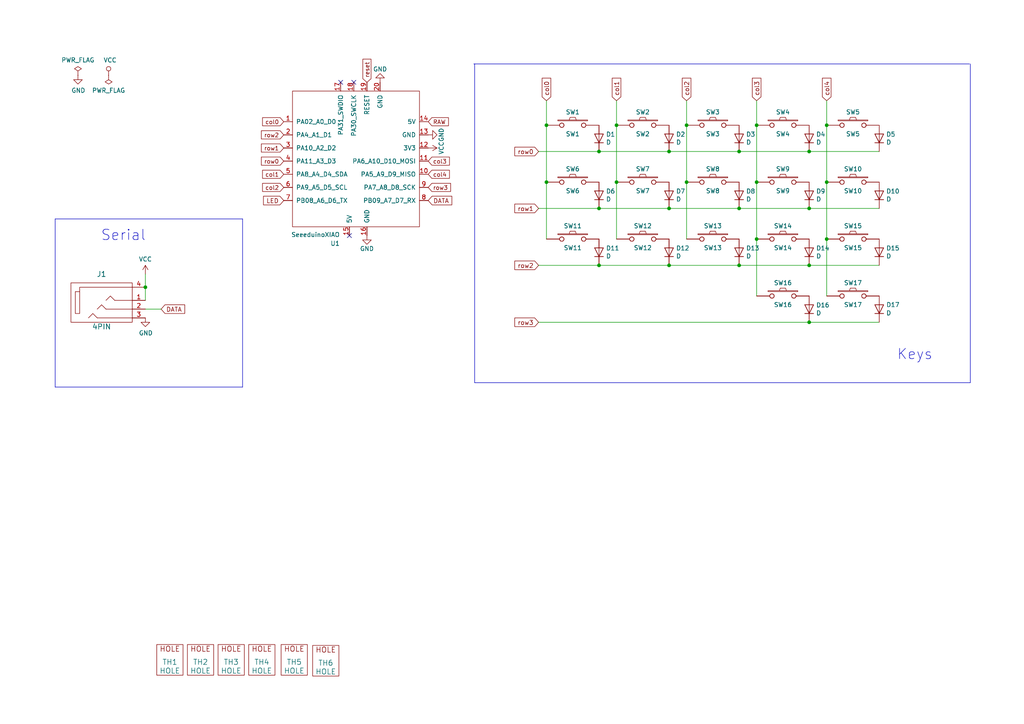
<source format=kicad_sch>
(kicad_sch (version 20230121) (generator eeschema)
  (paper "A4")
  (lib_symbols
    (symbol "Seeeduino XIAO:SeeeduinoXIAO" (pin_names (offset 1.016))
      (property "Reference" "U" (at -19.05 22.86 0))
      (property "Value" "SeeeduinoXIAO" (at -12.7 21.59 0))
      (symbol "SeeeduinoXIAO_0_1"
        (rectangle (start -19.05 20.32) (end 17.78 -19.05))
      )
      (symbol "SeeeduinoXIAO_1_1"
        (pin unspecified line (at -21.59 11.43 0) (length 2.54) (name "PA02_A0_D0") (number "1"))
        (pin unspecified line (at 20.32 -3.81 180) (length 2.54) (name "PA5_A9_D9_MISO") (number "10"))
        (pin unspecified line (at 20.32 0 180) (length 2.54) (name "PA6_A10_D10_MOSI") (number "11"))
        (pin unspecified line (at 20.32 3.81 180) (length 2.54) (name "3V3") (number "12"))
        (pin unspecified line (at 20.32 7.62 180) (length 2.54) (name "GND") (number "13"))
        (pin unspecified line (at 20.32 11.43 180) (length 2.54) (name "5V") (number "14"))
        (pin input line (at -2.54 -21.59 90) (length 2.54) (name "5V") (number "15"))
        (pin input line (at 2.54 -21.59 90) (length 2.54) (name "GND") (number "16"))
        (pin input line (at -5.08 22.86 270) (length 2.54) (name "PA31_SWDIO") (number "17"))
        (pin input line (at -1.27 22.86 270) (length 2.54) (name "PA30_SWCLK") (number "18"))
        (pin input line (at 2.54 22.86 270) (length 2.54) (name "RESET") (number "19"))
        (pin unspecified line (at -21.59 7.62 0) (length 2.54) (name "PA4_A1_D1") (number "2"))
        (pin input line (at 6.35 22.86 270) (length 2.54) (name "GND") (number "20"))
        (pin unspecified line (at -21.59 3.81 0) (length 2.54) (name "PA10_A2_D2") (number "3"))
        (pin unspecified line (at -21.59 0 0) (length 2.54) (name "PA11_A3_D3") (number "4"))
        (pin unspecified line (at -21.59 -3.81 0) (length 2.54) (name "PA8_A4_D4_SDA") (number "5"))
        (pin unspecified line (at -21.59 -7.62 0) (length 2.54) (name "PA9_A5_D5_SCL") (number "6"))
        (pin unspecified line (at -21.59 -11.43 0) (length 2.54) (name "PB08_A6_D6_TX") (number "7"))
        (pin unspecified line (at 20.32 -11.43 180) (length 2.54) (name "PB09_A7_D7_RX") (number "8"))
        (pin unspecified line (at 20.32 -7.62 180) (length 2.54) (name "PA7_A8_D8_SCK") (number "9"))
      )
    )
    (symbol "SofleKeyboard-rescue:D-Lily58-cache-Lily58_Pro-rescue" (pin_numbers hide) (pin_names (offset 1.016) hide)
      (property "Reference" "D" (at 0 2.54 0))
      (property "Value" "D-Lily58-cache-Lily58_Pro-rescue" (at 0 -2.54 0))
      (symbol "D-Lily58-cache-Lily58_Pro-rescue_0_1"
        (polyline (pts (xy -1.27 1.27) (xy -1.27 -1.27)) (stroke (width 0.2032)))
        (polyline (pts (xy 1.27 0) (xy -1.27 0)))
        (polyline (pts (xy 1.27 1.27) (xy 1.27 -1.27) (xy -1.27 0) (xy 1.27 1.27)) (stroke (width 0.2032)))
      )
      (symbol "D-Lily58-cache-Lily58_Pro-rescue_1_1"
        (pin passive line (at -3.81 0 0) (length 2.54) (name "K") (number "1"))
        (pin passive line (at 3.81 0 180) (length 2.54) (name "A") (number "2"))
      )
    )
    (symbol "SofleKeyboard-rescue:GND-Lily58-cache-Lily58_Pro-rescue" (power) (pin_names (offset 0))
      (property "Value" "GND-Lily58-cache-Lily58_Pro-rescue" (at 0 -3.81 0))
      (symbol "GND-Lily58-cache-Lily58_Pro-rescue_1_1"
        (polyline (pts (xy 0 0) (xy 0 -1.27) (xy 1.27 -1.27) (xy 0 -2.54) (xy -1.27 -1.27) (xy 0 -1.27)))
        (pin power_in line (at 0 0 0) (length 0) hide (name "GND") (number "1"))
      )
    )
    (symbol "SofleKeyboard-rescue:HOLE-Lily58-cache-Lily58_Pro-rescue" (pin_names (offset 1.016))
      (property "Reference" "U" (at 0 0 0))
      (property "Value" "HOLE-Lily58-cache-Lily58_Pro-rescue" (at 0 -5.08 0))
      (symbol "HOLE-Lily58-cache-Lily58_Pro-rescue_0_0"
        (text "HOLE" (at 0 3.81 0) (effects (font (size 1.524 1.524))))
      )
      (symbol "HOLE-Lily58-cache-Lily58_Pro-rescue_0_1"
        (rectangle (start 3.81 5.08) (end -3.81 -3.81))
      )
    )
    (symbol "SofleKeyboard-rescue:MJ-4PP-9-Lily58-cache-Lily58_Pro-rescue" (pin_names (offset 1.016))
      (property "Reference" "J" (at -8.89 -7.62 0))
      (property "Value" "MJ-4PP-9-Lily58-cache-Lily58_Pro-rescue" (at -3.81 6.35 0))
      (symbol "MJ-4PP-9-Lily58-cache-Lily58_Pro-rescue_0_1"
        (rectangle (start -7.62 2.54) (end -8.89 -3.81))
        (polyline (pts (xy 2.54 0) (xy 7.62 0)))
        (polyline (pts (xy -2.54 -5.08) (xy 7.62 -5.08) (xy 7.62 -5.08)))
        (polyline (pts (xy 0 -2.54) (xy -1.27 -1.27) (xy -2.54 -2.54)))
        (polyline (pts (xy 0 0) (xy 1.27 1.27) (xy 2.54 0)))
        (polyline (pts (xy 7.62 3.81) (xy -7.62 3.81) (xy -7.62 2.54)))
        (polyline (pts (xy -2.54 -5.08) (xy -3.81 -3.81) (xy -5.08 -5.08) (xy -5.08 -5.08)))
        (polyline (pts (xy 0 -2.54) (xy 7.62 -2.54) (xy 7.62 -2.54) (xy 7.62 -2.54)))
        (rectangle (start 7.62 -6.35) (end -10.16 5.08))
      )
      (symbol "MJ-4PP-9-Lily58-cache-Lily58_Pro-rescue_1_1"
        (pin passive line (at 11.43 0 180) (length 3.81) (name "~") (number "1"))
        (pin passive line (at 11.43 -2.54 180) (length 3.81) (name "~") (number "2"))
        (pin passive line (at 11.43 -5.08 180) (length 3.81) (name "~") (number "3"))
        (pin passive line (at 11.43 3.81 180) (length 3.81) (name "~") (number "4"))
      )
    )
    (symbol "SofleKeyboard-rescue:PWR_FLAG-Lily58-cache-Lily58_Pro-rescue" (power) (pin_numbers hide) (pin_names (offset 0) hide)
      (property "Value" "PWR_FLAG-Lily58-cache-Lily58_Pro-rescue" (at 0 3.81 0))
      (symbol "PWR_FLAG-Lily58-cache-Lily58_Pro-rescue_0_0"
        (pin power_out line (at 0 0 90) (length 0) (name "pwr") (number "1"))
      )
      (symbol "PWR_FLAG-Lily58-cache-Lily58_Pro-rescue_0_1"
        (polyline (pts (xy 0 0) (xy 0 1.27) (xy -1.016 1.905) (xy 0 2.54) (xy 1.016 1.905) (xy 0 1.27)))
      )
    )
    (symbol "SofleKeyboard-rescue:SW_PUSH-Lily58-cache-Lily58_Pro-rescue" (pin_numbers hide) (pin_names (offset 1.016) hide)
      (property "Reference" "SW" (at 3.81 2.794 0))
      (property "Value" "SW_PUSH-Lily58-cache-Lily58_Pro-rescue" (at 0 -2.032 0))
      (symbol "SW_PUSH-Lily58-cache-Lily58_Pro-rescue_0_1"
        (rectangle (start -4.318 1.27) (end 4.318 1.524))
        (polyline (pts (xy -1.016 1.524) (xy -0.762 2.286) (xy 0.762 2.286) (xy 1.016 1.524)))
        (pin passive inverted (at -7.62 0 0) (length 5.08) (name "1") (number "1"))
        (pin passive inverted (at 7.62 0 180) (length 5.08) (name "2") (number "2"))
      )
    )
    (symbol "SofleKeyboard-rescue:VCC-Lily58-cache-Lily58_Pro-rescue" (power) (pin_names (offset 0))
      (property "Value" "VCC-Lily58-cache-Lily58_Pro-rescue" (at 0 3.81 0))
      (symbol "VCC-Lily58-cache-Lily58_Pro-rescue_0_1"
        (polyline (pts (xy 0 0) (xy 0 1.27)))
        (circle (center 0 1.905) (radius 0.635))
      )
      (symbol "VCC-Lily58-cache-Lily58_Pro-rescue_1_1"
        (pin power_in line (at 0 0 90) (length 0) hide (name "VCC") (number "1"))
      )
    )
    (symbol "power:GND" (power) (pin_names (offset 0))
      (property "Value" "GND" (at 0 -3.81 0))
      (symbol "GND_0_1"
        (polyline (pts (xy 0 0) (xy 0 -1.27) (xy 1.27 -1.27) (xy 0 -2.54) (xy -1.27 -1.27) (xy 0 -1.27)))
      )
      (symbol "GND_1_1"
        (pin power_in line (at 0 0 270) (length 0) hide (name "GND") (number "1"))
      )
    )
    (symbol "power:VCC" (power) (pin_names (offset 0))
      (property "Value" "VCC" (at 0 3.81 0))
      (symbol "VCC_0_1"
        (polyline (pts (xy -0.762 1.27) (xy 0 2.54)))
        (polyline (pts (xy 0 0) (xy 0 2.54)))
        (polyline (pts (xy 0 2.54) (xy 0.762 1.27)))
      )
      (symbol "VCC_1_1"
        (pin power_in line (at 0 0 90) (length 0) hide (name "VCC") (number "1"))
      )
    )
  )
  (junction (at 219.456 52.832))
  (junction (at 173.736 76.962))
  (junction (at 173.736 43.942))
  (junction (at 158.496 52.832))
  (junction (at 239.776 36.322))
  (junction (at 173.736 60.452))
  (junction (at 194.056 60.452))
  (junction (at 239.776 69.342))
  (junction (at 234.696 43.942))
  (junction (at 239.776 52.832))
  (junction (at 214.376 43.942))
  (junction (at 199.136 52.832))
  (junction (at 42.164 83.312))
  (junction (at 178.816 52.832))
  (junction (at 219.456 69.342))
  (junction (at 234.696 60.452))
  (junction (at 178.816 36.322))
  (junction (at 234.696 93.472))
  (junction (at 214.376 76.962))
  (junction (at 194.056 43.942))
  (junction (at 214.376 60.452))
  (junction (at 219.456 36.322))
  (junction (at 158.496 36.322))
  (junction (at 194.056 76.962))
  (junction (at 234.696 76.962))
  (junction (at 199.136 36.322))
  (no_connect (at 102.616 23.876))
  (no_connect (at 101.346 68.326))
  (no_connect (at 98.806 23.876))
  (wire (pts (xy 173.736 76.962) (xy 194.056 76.962)))
  (polyline (pts (xy 137.414 18.542) (xy 281.178 18.542)))
  (wire (pts (xy 178.816 29.21) (xy 178.816 36.322)))
  (wire (pts (xy 158.496 29.21) (xy 158.496 36.322)))
  (wire (pts (xy 214.376 60.452) (xy 234.696 60.452)))
  (wire (pts (xy 156.21 43.942) (xy 173.736 43.942)))
  (wire (pts (xy 214.376 76.962) (xy 234.696 76.962)))
  (wire (pts (xy 173.736 43.942) (xy 194.056 43.942)))
  (polyline (pts (xy 16.002 63.5) (xy 70.358 63.5)))
  (polyline (pts (xy 16.002 112.268) (xy 16.002 63.5)))
  (wire (pts (xy 234.696 60.452) (xy 255.016 60.452)))
  (polyline (pts (xy 281.432 18.542) (xy 281.432 110.998)))
  (wire (pts (xy 234.696 93.472) (xy 255.016 93.472)))
  (polyline (pts (xy 70.358 63.5) (xy 70.358 112.268)))
  (wire (pts (xy 158.496 52.832) (xy 158.496 69.342)))
  (wire (pts (xy 42.164 89.662) (xy 46.736 89.662)))
  (wire (pts (xy 194.056 43.942) (xy 214.376 43.942)))
  (wire (pts (xy 194.056 60.452) (xy 214.376 60.452)))
  (polyline (pts (xy 70.358 112.268) (xy 16.002 112.268)))
  (wire (pts (xy 178.816 52.832) (xy 178.816 69.342)))
  (wire (pts (xy 178.816 36.322) (xy 178.816 52.832)))
  (wire (pts (xy 42.164 79.502) (xy 42.164 83.312)))
  (wire (pts (xy 199.136 29.21) (xy 199.136 36.322)))
  (polyline (pts (xy 281.432 110.998) (xy 137.668 110.998)))
  (wire (pts (xy 239.776 29.21) (xy 239.776 36.322)))
  (wire (pts (xy 156.21 60.452) (xy 173.736 60.452)))
  (wire (pts (xy 158.496 36.322) (xy 158.496 52.832)))
  (wire (pts (xy 234.696 43.942) (xy 255.016 43.942)))
  (polyline (pts (xy 137.668 18.542) (xy 137.668 110.998)))
  (wire (pts (xy 42.164 83.312) (xy 42.164 87.122)))
  (wire (pts (xy 199.136 52.832) (xy 199.136 69.342)))
  (wire (pts (xy 234.696 76.962) (xy 255.016 76.962)))
  (wire (pts (xy 219.456 36.322) (xy 219.456 52.832)))
  (wire (pts (xy 156.21 76.962) (xy 173.736 76.962)))
  (wire (pts (xy 219.456 69.342) (xy 219.456 85.852)))
  (wire (pts (xy 239.776 69.342) (xy 239.776 85.852)))
  (wire (pts (xy 214.376 43.942) (xy 234.696 43.942)))
  (wire (pts (xy 156.21 93.472) (xy 234.696 93.472)))
  (wire (pts (xy 173.736 60.452) (xy 194.056 60.452)))
  (wire (pts (xy 239.776 36.322) (xy 239.776 52.832)))
  (wire (pts (xy 219.456 29.21) (xy 219.456 36.322)))
  (wire (pts (xy 239.776 52.832) (xy 239.776 69.342)))
  (wire (pts (xy 194.056 76.962) (xy 214.376 76.962)))
  (wire (pts (xy 199.136 36.322) (xy 199.136 52.832)))
  (wire (pts (xy 219.456 52.832) (xy 219.456 69.342)))
  (text "Keys" (at 260.096 104.648 0) (effects (font (size 2.9972 2.9972)) (justify left bottom)))
  (text "Serial" (at 29.21 70.104 0) (effects (font (size 2.9972 2.9972)) (justify left bottom)))
  (global_label "row2" (shape input) (at 156.21 76.962 180) (property "Intersheetrefs" "${INTERSHEET_REFS}" (effects hide)))
  (global_label "reset" (shape input) (at 106.426 23.876 90) (effects (font (size 1.1938 1.1938))) (property "Intersheetrefs" "${INTERSHEET_REFS}" (effects hide)))
  (global_label "DATA" (shape input) (at 46.736 89.662 0) (property "Intersheetrefs" "${INTERSHEET_REFS}" (effects hide)))
  (global_label "RAW" (shape input) (at 124.206 35.306 0) (effects (font (size 1.1938 1.1938))) (property "Intersheetrefs" "${INTERSHEET_REFS}" (effects hide)))
  (global_label "col2" (shape input) (at 82.296 54.356 180) (effects (font (size 1.1938 1.1938))) (property "Intersheetrefs" "${INTERSHEET_REFS}" (effects hide)))
  (global_label "DATA" (shape input) (at 124.206 58.166 0) (property "Intersheetrefs" "${INTERSHEET_REFS}" (effects hide)))
  (global_label "row1" (shape input) (at 82.296 42.926 180) (effects (font (size 1.1938 1.1938))) (property "Intersheetrefs" "${INTERSHEET_REFS}" (effects hide)))
  (global_label "row2" (shape input) (at 82.296 39.116 180) (effects (font (size 1.1938 1.1938))) (property "Intersheetrefs" "${INTERSHEET_REFS}" (effects hide)))
  (global_label "LED" (shape input) (at 82.296 58.166 180) (property "Intersheetrefs" "${INTERSHEET_REFS}" (effects hide)))
  (global_label "row3" (shape input) (at 156.21 93.472 180) (property "Intersheetrefs" "${INTERSHEET_REFS}" (effects hide)))
  (global_label "col4" (shape input) (at 124.206 50.546 0) (effects (font (size 1.1938 1.1938))) (property "Intersheetrefs" "${INTERSHEET_REFS}" (effects hide)))
  (global_label "row0" (shape input) (at 156.21 43.942 180) (property "Intersheetrefs" "${INTERSHEET_REFS}" (effects hide)))
  (global_label "row1" (shape input) (at 156.21 60.452 180) (property "Intersheetrefs" "${INTERSHEET_REFS}" (effects hide)))
  (global_label "row3" (shape input) (at 124.206 54.356 0) (effects (font (size 1.1938 1.1938))) (property "Intersheetrefs" "${INTERSHEET_REFS}" (effects hide)))
  (global_label "col3" (shape input) (at 219.456 29.21 90) (property "Intersheetrefs" "${INTERSHEET_REFS}" (effects hide)))
  (global_label "col2" (shape input) (at 199.136 29.21 90) (property "Intersheetrefs" "${INTERSHEET_REFS}" (effects hide)))
  (global_label "col3" (shape input) (at 124.206 46.736 0) (effects (font (size 1.1938 1.1938))) (property "Intersheetrefs" "${INTERSHEET_REFS}" (effects hide)))
  (global_label "col4" (shape input) (at 239.776 29.21 90) (property "Intersheetrefs" "${INTERSHEET_REFS}" (effects hide)))
  (global_label "col0" (shape input) (at 82.296 35.306 180) (effects (font (size 1.1938 1.1938))) (property "Intersheetrefs" "${INTERSHEET_REFS}" (effects hide)))
  (global_label "col1" (shape input) (at 178.816 29.21 90) (property "Intersheetrefs" "${INTERSHEET_REFS}" (effects hide)))
  (global_label "row0" (shape input) (at 82.296 46.736 180) (effects (font (size 1.1938 1.1938))) (property "Intersheetrefs" "${INTERSHEET_REFS}" (effects hide)))
  (global_label "col1" (shape input) (at 82.296 50.546 180) (effects (font (size 1.1938 1.1938))) (property "Intersheetrefs" "${INTERSHEET_REFS}" (effects hide)))
  (global_label "col0" (shape input) (at 158.496 29.21 90) (property "Intersheetrefs" "${INTERSHEET_REFS}" (effects hide)))
  (symbol (lib_id "SofleKeyboard-rescue:SW_PUSH-Lily58-cache-Lily58_Pro-rescue") (at 166.116 36.322 0) (unit 1)
    (property "Reference" "SW1" (at 166.116 32.512 0))
    (property "Value" "SW1" (at 166.116 38.862 0))
    (property "Footprint" "jw_custom_footprint:Kailh_Choc_PG1350_Hotswap_reversible" (effects hide))
  )
  (symbol (lib_id "SofleKeyboard-rescue:SW_PUSH-Lily58-cache-Lily58_Pro-rescue") (at 186.436 36.322 0) (unit 1)
    (property "Reference" "SW2" (at 186.436 32.512 0))
    (property "Value" "SW2" (at 186.436 38.862 0))
    (property "Footprint" "jw_custom_footprint:Kailh_Choc_PG1350_Hotswap_reversible" (effects hide))
  )
  (symbol (lib_id "SofleKeyboard-rescue:SW_PUSH-Lily58-cache-Lily58_Pro-rescue") (at 206.756 36.322 0) (unit 1)
    (property "Reference" "SW3" (at 206.756 32.512 0))
    (property "Value" "SW3" (at 206.756 38.862 0))
    (property "Footprint" "jw_custom_footprint:Kailh_Choc_PG1350_Hotswap_reversible" (effects hide))
  )
  (symbol (lib_id "SofleKeyboard-rescue:SW_PUSH-Lily58-cache-Lily58_Pro-rescue") (at 227.076 36.322 0) (unit 1)
    (property "Reference" "SW4" (at 227.076 32.512 0))
    (property "Value" "SW4" (at 227.076 38.862 0))
    (property "Footprint" "jw_custom_footprint:Kailh_Choc_PG1350_Hotswap_reversible" (effects hide))
  )
  (symbol (lib_id "SofleKeyboard-rescue:SW_PUSH-Lily58-cache-Lily58_Pro-rescue") (at 247.396 36.322 0) (unit 1)
    (property "Reference" "SW5" (at 247.396 32.512 0))
    (property "Value" "SW5" (at 247.396 38.862 0))
    (property "Footprint" "jw_custom_footprint:Kailh_Choc_PG1350_Hotswap_reversible" (effects hide))
  )
  (symbol (lib_id "SofleKeyboard-rescue:D-Lily58-cache-Lily58_Pro-rescue") (at 173.736 40.132 90) (unit 1)
    (property "Reference" "D1" (at 175.7426 38.9636 90) (effects (justify right)))
    (property "Value" "D" (at 175.7426 41.275 90) (effects (justify right)))
    (property "Footprint" "jw_custom_footprint:Diode_SOD123_wo_THT" (effects hide))
  )
  (symbol (lib_id "SofleKeyboard-rescue:D-Lily58-cache-Lily58_Pro-rescue") (at 194.056 40.132 90) (unit 1)
    (property "Reference" "D2" (at 196.0626 38.9636 90) (effects (justify right)))
    (property "Value" "D" (at 196.0626 41.275 90) (effects (justify right)))
    (property "Footprint" "jw_custom_footprint:Diode_SOD123_wo_THT" (effects hide))
  )
  (symbol (lib_id "SofleKeyboard-rescue:D-Lily58-cache-Lily58_Pro-rescue") (at 214.376 40.132 90) (unit 1)
    (property "Reference" "D3" (at 216.3826 38.9636 90) (effects (justify right)))
    (property "Value" "D" (at 216.3826 41.275 90) (effects (justify right)))
    (property "Footprint" "jw_custom_footprint:Diode_SOD123_wo_THT" (effects hide))
  )
  (symbol (lib_id "SofleKeyboard-rescue:D-Lily58-cache-Lily58_Pro-rescue") (at 234.696 40.132 90) (unit 1)
    (property "Reference" "D4" (at 236.7026 38.9636 90) (effects (justify right)))
    (property "Value" "D" (at 236.7026 41.275 90) (effects (justify right)))
    (property "Footprint" "jw_custom_footprint:Diode_SOD123_wo_THT" (effects hide))
  )
  (symbol (lib_id "SofleKeyboard-rescue:D-Lily58-cache-Lily58_Pro-rescue") (at 255.016 40.132 90) (unit 1)
    (property "Reference" "D5" (at 257.0226 38.9636 90) (effects (justify right)))
    (property "Value" "D" (at 257.0226 41.275 90) (effects (justify right)))
    (property "Footprint" "jw_custom_footprint:Diode_SOD123_wo_THT" (effects hide))
  )
  (symbol (lib_id "SofleKeyboard-rescue:D-Lily58-cache-Lily58_Pro-rescue") (at 173.736 56.642 90) (unit 1)
    (property "Reference" "D6" (at 175.7426 55.4736 90) (effects (justify right)))
    (property "Value" "D" (at 175.7426 57.785 90) (effects (justify right)))
    (property "Footprint" "jw_custom_footprint:Diode_SOD123_wo_THT" (effects hide))
  )
  (symbol (lib_id "SofleKeyboard-rescue:D-Lily58-cache-Lily58_Pro-rescue") (at 194.056 56.642 90) (unit 1)
    (property "Reference" "D7" (at 196.0626 55.4736 90) (effects (justify right)))
    (property "Value" "D" (at 196.0626 57.785 90) (effects (justify right)))
    (property "Footprint" "jw_custom_footprint:Diode_SOD123_wo_THT" (effects hide))
  )
  (symbol (lib_id "SofleKeyboard-rescue:D-Lily58-cache-Lily58_Pro-rescue") (at 214.376 56.642 90) (unit 1)
    (property "Reference" "D8" (at 216.3826 55.4736 90) (effects (justify right)))
    (property "Value" "D" (at 216.3826 57.785 90) (effects (justify right)))
    (property "Footprint" "jw_custom_footprint:Diode_SOD123_wo_THT" (effects hide))
  )
  (symbol (lib_id "SofleKeyboard-rescue:D-Lily58-cache-Lily58_Pro-rescue") (at 234.696 56.642 90) (unit 1)
    (property "Reference" "D9" (at 236.7026 55.4736 90) (effects (justify right)))
    (property "Value" "D" (at 236.7026 57.785 90) (effects (justify right)))
    (property "Footprint" "jw_custom_footprint:Diode_SOD123_wo_THT" (effects hide))
  )
  (symbol (lib_id "SofleKeyboard-rescue:D-Lily58-cache-Lily58_Pro-rescue") (at 255.016 56.642 90) (unit 1)
    (property "Reference" "D10" (at 257.0226 55.4736 90) (effects (justify right)))
    (property "Value" "D" (at 257.0226 57.785 90) (effects (justify right)))
    (property "Footprint" "jw_custom_footprint:Diode_SOD123_wo_THT" (effects hide))
  )
  (symbol (lib_id "SofleKeyboard-rescue:D-Lily58-cache-Lily58_Pro-rescue") (at 173.736 73.152 90) (unit 1)
    (property "Reference" "D11" (at 175.7426 71.9836 90) (effects (justify right)))
    (property "Value" "D" (at 175.7426 74.295 90) (effects (justify right)))
    (property "Footprint" "jw_custom_footprint:Diode_SOD123_wo_THT" (effects hide))
  )
  (symbol (lib_id "SofleKeyboard-rescue:D-Lily58-cache-Lily58_Pro-rescue") (at 194.056 73.152 90) (unit 1)
    (property "Reference" "D12" (at 196.0626 71.9836 90) (effects (justify right)))
    (property "Value" "D" (at 196.0626 74.295 90) (effects (justify right)))
    (property "Footprint" "jw_custom_footprint:Diode_SOD123_wo_THT" (effects hide))
  )
  (symbol (lib_id "SofleKeyboard-rescue:D-Lily58-cache-Lily58_Pro-rescue") (at 214.376 73.152 90) (unit 1)
    (property "Reference" "D13" (at 216.3826 71.9836 90) (effects (justify right)))
    (property "Value" "D" (at 216.3826 74.295 90) (effects (justify right)))
    (property "Footprint" "jw_custom_footprint:Diode_SOD123_wo_THT" (effects hide))
  )
  (symbol (lib_id "SofleKeyboard-rescue:D-Lily58-cache-Lily58_Pro-rescue") (at 234.696 73.152 90) (unit 1)
    (property "Reference" "D14" (at 236.7026 71.9836 90) (effects (justify right)))
    (property "Value" "D" (at 236.7026 74.295 90) (effects (justify right)))
    (property "Footprint" "jw_custom_footprint:Diode_SOD123_wo_THT" (effects hide))
  )
  (symbol (lib_id "SofleKeyboard-rescue:D-Lily58-cache-Lily58_Pro-rescue") (at 255.016 73.152 90) (unit 1)
    (property "Reference" "D15" (at 257.0226 71.9836 90) (effects (justify right)))
    (property "Value" "D" (at 257.0226 74.295 90) (effects (justify right)))
    (property "Footprint" "jw_custom_footprint:Diode_SOD123_wo_THT" (effects hide))
  )
  (symbol (lib_id "SofleKeyboard-rescue:D-Lily58-cache-Lily58_Pro-rescue") (at 255.016 89.662 90) (unit 1)
    (property "Reference" "D17" (at 257.048 88.392 90) (effects (justify right)))
    (property "Value" "D" (at 257.0226 90.805 90) (effects (justify right)))
    (property "Footprint" "jw_custom_footprint:Diode_SOD123_wo_THT" (effects hide))
  )
  (symbol (lib_id "SofleKeyboard-rescue:PWR_FLAG-Lily58-cache-Lily58_Pro-rescue") (at 22.606 21.844 0) (unit 1)
    (property "Reference" "#FLG01" (effects hide))
    (property "Value" "PWR_FLAG" (at 22.606 17.4244 0))
  )
  (symbol (lib_id "SofleKeyboard-rescue:GND-Lily58-cache-Lily58_Pro-rescue") (at 22.606 21.844 0) (unit 1)
    (property "Reference" "#PWR01" (effects hide))
    (property "Value" "GND" (at 22.733 26.2382 0))
  )
  (symbol (lib_id "SofleKeyboard-rescue:VCC-Lily58-cache-Lily58_Pro-rescue") (at 31.496 21.844 0) (unit 1)
    (property "Reference" "#PWR02" (effects hide))
    (property "Value" "VCC" (at 31.9278 17.4498 0))
  )
  (symbol (lib_id "SofleKeyboard-rescue:PWR_FLAG-Lily58-cache-Lily58_Pro-rescue") (at 31.496 21.844 180) (unit 1)
    (property "Reference" "#FLG02" (effects hide))
    (property "Value" "PWR_FLAG" (at 31.496 26.2382 0))
  )
  (symbol (lib_id "SofleKeyboard-rescue:SW_PUSH-Lily58-cache-Lily58_Pro-rescue") (at 247.396 85.852 0) (unit 1)
    (property "Reference" "SW17" (at 247.396 82.042 0))
    (property "Value" "SW17" (at 247.396 88.392 0))
    (property "Footprint" "jw_custom_footprint:Kailh_Choc_PG1350_Hotswap_reversible" (effects hide))
  )
  (symbol (lib_id "SofleKeyboard-rescue:SW_PUSH-Lily58-cache-Lily58_Pro-rescue") (at 206.756 52.832 0) (unit 1)
    (property "Reference" "SW8" (at 206.756 49.022 0))
    (property "Value" "SW8" (at 206.756 55.372 0))
    (property "Footprint" "jw_custom_footprint:Kailh_Choc_PG1350_Hotswap_reversible" (effects hide))
  )
  (symbol (lib_id "SofleKeyboard-rescue:SW_PUSH-Lily58-cache-Lily58_Pro-rescue") (at 227.076 52.832 0) (unit 1)
    (property "Reference" "SW9" (at 227.076 49.022 0))
    (property "Value" "SW9" (at 227.076 55.372 0))
    (property "Footprint" "jw_custom_footprint:Kailh_Choc_PG1350_Hotswap_reversible" (effects hide))
  )
  (symbol (lib_id "SofleKeyboard-rescue:SW_PUSH-Lily58-cache-Lily58_Pro-rescue") (at 247.396 69.342 0) (unit 1)
    (property "Reference" "SW15" (at 247.396 65.532 0))
    (property "Value" "SW15" (at 247.396 71.882 0))
    (property "Footprint" "jw_custom_footprint:Kailh_Choc_PG1350_Hotswap_reversible" (effects hide))
  )
  (symbol (lib_id "SofleKeyboard-rescue:HOLE-Lily58-cache-Lily58_Pro-rescue") (at 75.946 192.024 0) (unit 1)
    (property "Reference" "TH4" (at 75.946 192.024 0) (effects (font (size 1.524 1.524))))
    (property "Value" "HOLE" (at 75.946 194.564 0) (effects (font (size 1.524 1.524))))
    (property "Footprint" "MountingHole:MountingHole_3.2mm_M3" (effects hide))
  )
  (symbol (lib_id "SofleKeyboard-rescue:HOLE-Lily58-cache-Lily58_Pro-rescue") (at 67.056 192.024 0) (unit 1)
    (property "Reference" "TH3" (at 67.056 192.024 0) (effects (font (size 1.524 1.524))))
    (property "Value" "HOLE" (at 67.056 194.564 0) (effects (font (size 1.524 1.524))))
    (property "Footprint" "MountingHole:MountingHole_3.2mm_M3" (effects hide))
  )
  (symbol (lib_id "power:GND") (at 124.206 39.116 90) (unit 1)
    (property "Reference" "#PWR016" (effects hide))
    (property "Value" "GND" (at 128.016 39.116 0))
  )
  (symbol (lib_id "SofleKeyboard-rescue:SW_PUSH-Lily58-cache-Lily58_Pro-rescue") (at 186.436 69.342 0) (unit 1)
    (property "Reference" "SW12" (at 186.436 65.532 0))
    (property "Value" "SW12" (at 186.436 71.882 0))
    (property "Footprint" "jw_custom_footprint:Kailh_Choc_PG1350_Hotswap_reversible" (effects hide))
  )
  (symbol (lib_id "SofleKeyboard-rescue:SW_PUSH-Lily58-cache-Lily58_Pro-rescue") (at 227.076 85.852 0) (unit 1)
    (property "Reference" "SW16" (at 227.076 82.042 0))
    (property "Value" "SW16" (at 227.076 88.392 0))
    (property "Footprint" "jw_custom_footprint:Kailh_Choc_PG1350_Hotswap_reversible" (effects hide))
  )
  (symbol (lib_id "Seeeduino XIAO:SeeeduinoXIAO") (at 103.886 46.736 0) (unit 1)
    (property "Reference" "U1" (at 98.5773 70.612 0) (effects (justify right)))
    (property "Value" "SeeeduinoXIAO" (at 98.5773 68.072 0) (effects (justify right)))
    (property "Footprint" "jw_custom_footprint:Xiao THT jumper pad_flipped" (effects hide))
  )
  (symbol (lib_id "SofleKeyboard-rescue:SW_PUSH-Lily58-cache-Lily58_Pro-rescue") (at 186.436 52.832 0) (unit 1)
    (property "Reference" "SW7" (at 186.436 49.022 0))
    (property "Value" "SW7" (at 186.436 55.372 0))
    (property "Footprint" "jw_custom_footprint:Kailh_Choc_PG1350_Hotswap_reversible" (effects hide))
  )
  (symbol (lib_id "SofleKeyboard-rescue:HOLE-Lily58-cache-Lily58_Pro-rescue") (at 94.488 192.278 0) (unit 1)
    (property "Reference" "TH6" (at 94.488 192.278 0) (effects (font (size 1.524 1.524))))
    (property "Value" "HOLE" (at 94.488 194.818 0) (effects (font (size 1.524 1.524))))
    (property "Footprint" "MountingHole:MountingHole_3.2mm_M3" (effects hide))
  )
  (symbol (lib_id "SofleKeyboard-rescue:HOLE-Lily58-cache-Lily58_Pro-rescue") (at 49.276 192.024 0) (unit 1)
    (property "Reference" "TH1" (at 49.276 192.024 0) (effects (font (size 1.524 1.524))))
    (property "Value" "HOLE" (at 49.276 194.564 0) (effects (font (size 1.524 1.524))))
    (property "Footprint" "MountingHole:MountingHole_3.2mm_M3" (effects hide))
  )
  (symbol (lib_id "SofleKeyboard-rescue:HOLE-Lily58-cache-Lily58_Pro-rescue") (at 85.344 192.024 0) (unit 1)
    (property "Reference" "TH5" (at 85.344 192.024 0) (effects (font (size 1.524 1.524))))
    (property "Value" "HOLE" (at 85.344 194.564 0) (effects (font (size 1.524 1.524))))
    (property "Footprint" "MountingHole:MountingHole_3.2mm_M3" (effects hide))
  )
  (symbol (lib_id "power:VCC") (at 42.164 79.502 0) (unit 1)
    (property "Reference" "#PWR0101" (effects hide))
    (property "Value" "VCC" (at 42.164 75.184 0))
  )
  (symbol (lib_id "SofleKeyboard-rescue:SW_PUSH-Lily58-cache-Lily58_Pro-rescue") (at 227.076 69.342 0) (unit 1)
    (property "Reference" "SW14" (at 227.076 65.532 0))
    (property "Value" "SW14" (at 227.076 71.882 0))
    (property "Footprint" "jw_custom_footprint:Kailh_Choc_PG1350_Hotswap_reversible" (effects hide))
  )
  (symbol (lib_id "power:GND") (at 110.236 23.876 180) (unit 1)
    (property "Reference" "#PWR017" (effects hide))
    (property "Value" "GND" (at 110.236 20.066 0))
  )
  (symbol (lib_id "power:VCC") (at 124.206 42.926 270) (unit 1)
    (property "Reference" "#PWR010" (effects hide))
    (property "Value" "VCC" (at 128.016 42.926 0))
  )
  (symbol (lib_id "SofleKeyboard-rescue:HOLE-Lily58-cache-Lily58_Pro-rescue") (at 58.166 192.024 0) (unit 1)
    (property "Reference" "TH2" (at 58.166 192.024 0) (effects (font (size 1.524 1.524))))
    (property "Value" "HOLE" (at 58.166 194.564 0) (effects (font (size 1.524 1.524))))
    (property "Footprint" "MountingHole:MountingHole_3.2mm_M3" (effects hide))
  )
  (symbol (lib_id "SofleKeyboard-rescue:SW_PUSH-Lily58-cache-Lily58_Pro-rescue") (at 206.756 69.342 0) (unit 1)
    (property "Reference" "SW13" (at 206.756 65.532 0))
    (property "Value" "SW13" (at 206.756 71.882 0))
    (property "Footprint" "jw_custom_footprint:Kailh_Choc_PG1350_Hotswap_reversible" (effects hide))
  )
  (symbol (lib_id "SofleKeyboard-rescue:SW_PUSH-Lily58-cache-Lily58_Pro-rescue") (at 247.396 52.832 0) (unit 1)
    (property "Reference" "SW10" (at 247.396 49.022 0))
    (property "Value" "SW10" (at 247.396 55.372 0))
    (property "Footprint" "jw_custom_footprint:Kailh_Choc_PG1350_Hotswap_reversible" (effects hide))
  )
  (symbol (lib_id "SofleKeyboard-rescue:SW_PUSH-Lily58-cache-Lily58_Pro-rescue") (at 166.116 52.832 0) (unit 1)
    (property "Reference" "SW6" (at 166.116 49.022 0))
    (property "Value" "SW6" (at 166.116 55.372 0))
    (property "Footprint" "jw_custom_footprint:Kailh_Choc_PG1350_Hotswap_reversible" (effects hide))
  )
  (symbol (lib_id "power:GND") (at 42.164 92.202 0) (unit 1)
    (property "Reference" "#PWR0102" (effects hide))
    (property "Value" "GND" (at 42.291 96.5962 0))
  )
  (symbol (lib_id "SofleKeyboard-rescue:MJ-4PP-9-Lily58-cache-Lily58_Pro-rescue") (at 30.734 87.122 0) (unit 1)
    (property "Reference" "J1" (at 29.464 79.502 0) (effects (font (size 1.524 1.524))))
    (property "Value" "4PIN" (at 29.464 94.742 0) (effects (font (size 1.524 1.524))))
    (property "Footprint" "jw_custom_footprint:TRRS-PJ-DPB2_mod" (effects hide))
  )
  (symbol (lib_id "SofleKeyboard-rescue:SW_PUSH-Lily58-cache-Lily58_Pro-rescue") (at 166.116 69.342 0) (unit 1)
    (property "Reference" "SW11" (at 166.116 65.532 0))
    (property "Value" "SW11" (at 166.116 71.882 0))
    (property "Footprint" "jw_custom_footprint:Kailh_Choc_PG1350_Hotswap_reversible" (effects hide))
  )
  (symbol (lib_id "SofleKeyboard-rescue:D-Lily58-cache-Lily58_Pro-rescue") (at 234.696 89.662 90) (unit 1)
    (property "Reference" "D16" (at 236.7026 88.4936 90) (effects (justify right)))
    (property "Value" "D" (at 236.7026 90.805 90) (effects (justify right)))
    (property "Footprint" "jw_custom_footprint:Diode_SOD123_wo_THT" (effects hide))
  )
  (symbol (lib_id "power:GND") (at 106.426 68.326 0) (unit 1)
    (property "Reference" "#PWR07" (effects hide))
    (property "Value" "GND" (at 106.426 72.136 0))
  )
)
</source>
